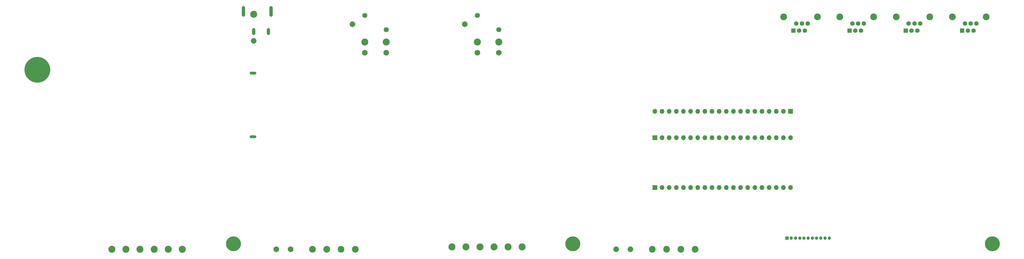
<source format=gbs>
G04 #@! TF.GenerationSoftware,KiCad,Pcbnew,(5.1.10)-1*
G04 #@! TF.CreationDate,2022-11-18T11:00:14-07:00*
G04 #@! TF.ProjectId,Lift_02,4c696674-5f30-4322-9e6b-696361645f70,rev?*
G04 #@! TF.SameCoordinates,Original*
G04 #@! TF.FileFunction,Soldermask,Bot*
G04 #@! TF.FilePolarity,Negative*
%FSLAX46Y46*%
G04 Gerber Fmt 4.6, Leading zero omitted, Abs format (unit mm)*
G04 Created by KiCad (PCBNEW (5.1.10)-1) date 2022-11-18 11:00:14*
%MOMM*%
%LPD*%
G01*
G04 APERTURE LIST*
%ADD10C,2.500000*%
%ADD11C,2.400000*%
%ADD12C,2.000000*%
%ADD13R,1.200000X1.200000*%
%ADD14C,1.200000*%
%ADD15C,5.300000*%
%ADD16C,9.200000*%
%ADD17C,1.800000*%
%ADD18O,1.700000X1.700000*%
%ADD19R,1.700000X1.700000*%
%ADD20C,1.600000*%
%ADD21R,1.600000X1.600000*%
%ADD22O,2.400000X1.000000*%
%ADD23O,1.200000X3.800000*%
%ADD24O,1.200000X2.500000*%
G04 APERTURE END LIST*
D10*
X81800000Y-87000000D03*
X76800000Y-87000000D03*
X71800000Y-87000000D03*
X66800000Y-87000000D03*
X61800000Y-87000000D03*
X56800000Y-87000000D03*
X202746000Y-86106000D03*
X197746000Y-86106000D03*
X192746000Y-86106000D03*
X187746000Y-86106000D03*
X182746000Y-86106000D03*
X177746000Y-86106000D03*
D11*
X264320000Y-87000000D03*
X259240000Y-87000000D03*
X254160000Y-87000000D03*
X249080000Y-87000000D03*
D12*
X241240000Y-87000000D03*
X236160000Y-87000000D03*
D11*
X143420000Y-87000000D03*
X138340000Y-87000000D03*
X133260000Y-87000000D03*
X128180000Y-87000000D03*
D12*
X120340000Y-87000000D03*
X115260000Y-87000000D03*
D13*
X297000000Y-83000000D03*
D14*
X298500000Y-83000000D03*
X300000000Y-83000000D03*
X301500000Y-83000000D03*
X303000000Y-83000000D03*
X304500000Y-83000000D03*
X306000000Y-83000000D03*
X307500000Y-83000000D03*
X309000000Y-83000000D03*
X310500000Y-83000000D03*
X312000000Y-83000000D03*
D15*
X100000000Y-85000000D03*
X220750000Y-85000000D03*
X370000000Y-85000000D03*
D16*
X30250000Y-23000000D03*
D17*
X194430000Y-8625000D03*
X186810000Y-3545000D03*
D12*
X182370000Y-6715000D03*
X194430000Y-16885000D03*
D10*
X194430000Y-13070000D03*
X186810000Y-13070000D03*
D12*
X186810000Y-16885000D03*
D17*
X154430000Y-8625000D03*
X146810000Y-3545000D03*
D12*
X142370000Y-6715000D03*
X154430000Y-16885000D03*
D10*
X154430000Y-13070000D03*
X146810000Y-13070000D03*
D12*
X146810000Y-16885000D03*
D18*
X249990000Y-37750000D03*
X252530000Y-37750000D03*
X255070000Y-37750000D03*
X257610000Y-37750000D03*
X260150000Y-37750000D03*
X262690000Y-37750000D03*
X265230000Y-37750000D03*
X267770000Y-37750000D03*
X270310000Y-37750000D03*
X272850000Y-37750000D03*
X275390000Y-37750000D03*
X277930000Y-37750000D03*
X280470000Y-37750000D03*
X283010000Y-37750000D03*
X285550000Y-37750000D03*
X288090000Y-37750000D03*
X290630000Y-37750000D03*
X293170000Y-37750000D03*
X295710000Y-37750000D03*
D19*
X298250000Y-37750000D03*
D11*
X367800000Y-4130000D03*
X355800000Y-4130000D03*
D20*
X362310000Y-6430000D03*
X361290000Y-8970000D03*
X360270000Y-6430000D03*
D21*
X359250000Y-8970000D03*
D20*
X364350000Y-6430000D03*
X363330000Y-8970000D03*
D11*
X347800000Y-4130000D03*
X335800000Y-4130000D03*
D20*
X342310000Y-6430000D03*
X341290000Y-8970000D03*
X340270000Y-6430000D03*
D21*
X339250000Y-8970000D03*
D20*
X344350000Y-6430000D03*
X343330000Y-8970000D03*
D18*
X298260000Y-47220000D03*
X295720000Y-47220000D03*
X293180000Y-47220000D03*
X290640000Y-47220000D03*
X288100000Y-47220000D03*
X285560000Y-47220000D03*
X283020000Y-47220000D03*
X280480000Y-47220000D03*
X277940000Y-47220000D03*
X275400000Y-47220000D03*
X272860000Y-47220000D03*
X270320000Y-47220000D03*
X267780000Y-47220000D03*
X265240000Y-47220000D03*
X262700000Y-47220000D03*
X260160000Y-47220000D03*
X257620000Y-47220000D03*
X255080000Y-47220000D03*
X252540000Y-47220000D03*
D19*
X250000000Y-47220000D03*
D18*
X298260000Y-65000000D03*
X295720000Y-65000000D03*
X293180000Y-65000000D03*
X290640000Y-65000000D03*
X288100000Y-65000000D03*
X285560000Y-65000000D03*
X283020000Y-65000000D03*
X280480000Y-65000000D03*
X277940000Y-65000000D03*
X275400000Y-65000000D03*
X272860000Y-65000000D03*
X270320000Y-65000000D03*
X267780000Y-65000000D03*
X265240000Y-65000000D03*
X262700000Y-65000000D03*
X260160000Y-65000000D03*
X257620000Y-65000000D03*
X255080000Y-65000000D03*
X252540000Y-65000000D03*
D19*
X250000000Y-65000000D03*
D11*
X327800000Y-4130000D03*
X315800000Y-4130000D03*
D20*
X322310000Y-6430000D03*
X321290000Y-8970000D03*
X320270000Y-6430000D03*
D21*
X319250000Y-8970000D03*
D20*
X324350000Y-6430000D03*
X323330000Y-8970000D03*
D11*
X307800000Y-4130000D03*
X295800000Y-4130000D03*
D20*
X302310000Y-6430000D03*
X301290000Y-8970000D03*
X300270000Y-6430000D03*
D21*
X299250000Y-8970000D03*
D20*
X304350000Y-6430000D03*
X303330000Y-8970000D03*
D22*
X107000000Y-24187000D03*
X107000000Y-46813000D03*
D10*
X107270000Y-3125000D03*
D23*
X113400000Y-2175000D03*
X103550000Y-2175000D03*
D12*
X107270000Y-12625000D03*
D24*
X112470000Y-9375000D03*
X107270000Y-9375000D03*
M02*

</source>
